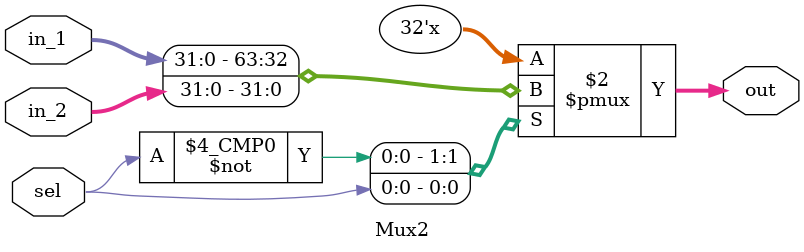
<source format=v>
module Mux2 (
    input sel,
    input [31:0] in_1,
    input [31:0] in_2,
    output reg [31:0] out
);

always @(*)
begin
    case(sel)
    1'b0:
    begin
        out = in_1;
    end
    1'b1:
    begin
        out = in_2;
    end
    endcase
end

endmodule
</source>
